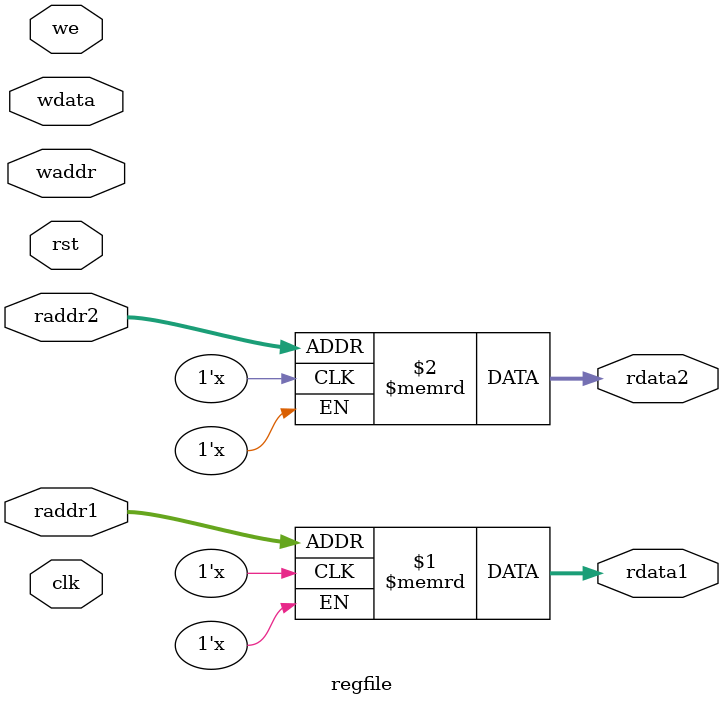
<source format=sv>
module regfile #(
    parameter N = 8,      // register width
    parameter M = 4       // number of registers
) (
    input  logic               clk,
    input  logic               rst,
    input  logic               we,              // write enable
    input  logic [$clog2(M)-1:0] waddr, raddr1, raddr2,  // write/read address
    input  logic [N-1:0]       wdata,
    output logic [N-1:0]       rdata1,
    output logic [N-1:0]       rdata2
);

    // Array of M N-bit registers
    logic [N-1:0] reg_array [M-1:0];

    // Instantiate N-bit registers
    genvar i;
    generate
        for (i = 0; i < M; i++) begin : reg_instances
            n_reg #(.WIDTH(N)) u_reg (
                .clk (clk),
                .rst (rst),
                .en  (we && (waddr == $clog2(M)'(i))),
                .d   (wdata),
                .q   (reg_array[i])
            );
        end
    endgenerate

    // Read port
    assign rdata1 = reg_array[raddr1];
    assign rdata2 = reg_array[raddr2];

endmodule

</source>
